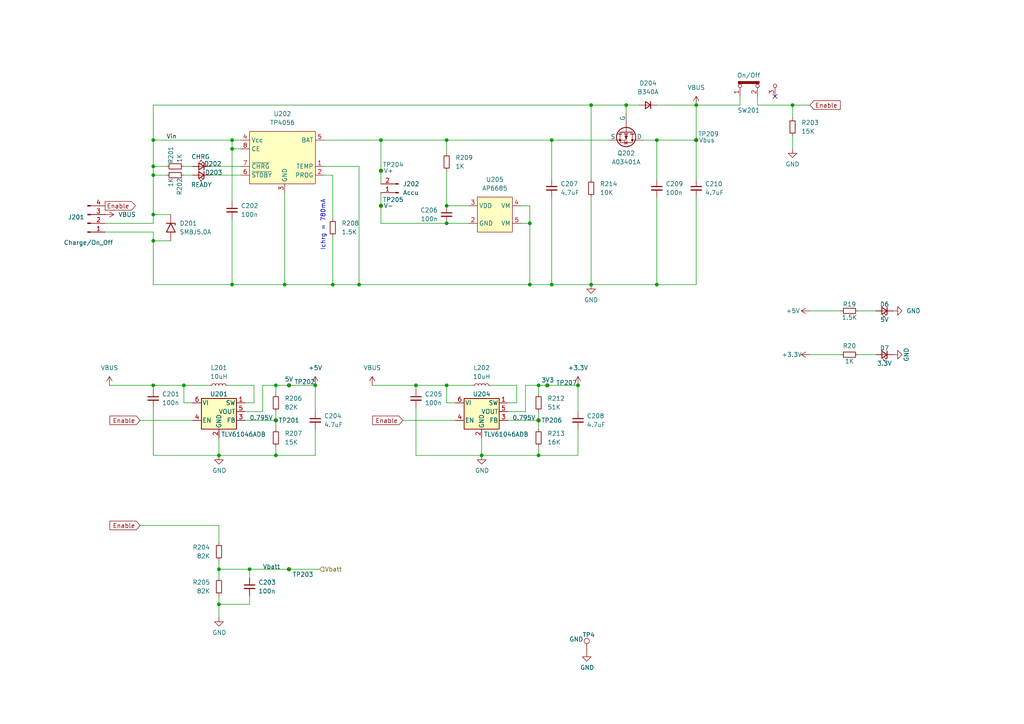
<source format=kicad_sch>
(kicad_sch (version 20231120) (generator "eeschema") (generator_version "8.0")
  (paper "A4")
  (lib_symbols
    (symbol "+5V_1" (power) (pin_numbers hide) (pin_names (offset 0) hide)
      (property "Value" "+5V" (at 0 3.556 0))
      (symbol "+5V_1_0_1"
        (polyline (pts (xy -0.762 1.27) (xy 0 2.54)))
        (polyline (pts (xy 0 0) (xy 0 2.54)))
        (polyline (pts (xy 0 2.54) (xy 0.762 1.27)))
      )
      (symbol "+5V_1_1_1"
        (pin power_in line (at 0 0 90) (length 0) (name "~") (number "1"))
      )
    )
    (symbol "Connector:Conn_01x02_Pin" (pin_names (offset 1.016) hide)
      (property "Reference" "J" (at 0 2.54 0))
      (property "Value" "Conn_01x02_Pin" (at 0 -5.08 0))
      (symbol "Conn_01x02_Pin_1_1"
        (polyline (pts (xy 1.27 -2.54) (xy 0.8636 -2.54)) (stroke (width 0.1524)))
        (polyline (pts (xy 1.27 0) (xy 0.8636 0)) (stroke (width 0.1524)))
        (rectangle (start 0.8636 -2.413) (end 0 -2.667) (stroke (width 0.1524)) (fill (type outline)))
        (rectangle (start 0.8636 0.127) (end 0 -0.127) (stroke (width 0.1524)) (fill (type outline)))
        (pin passive line (at 5.08 0 180) (length 3.81) (name "Pin_1") (number "1"))
        (pin passive line (at 5.08 -2.54 180) (length 3.81) (name "Pin_2") (number "2"))
      )
    )
    (symbol "Connector:Conn_01x04_Pin" (pin_names (offset 1.016) hide)
      (property "Reference" "J" (at 0 5.08 0))
      (property "Value" "Conn_01x04_Pin" (at 0 -7.62 0))
      (symbol "Conn_01x04_Pin_1_1"
        (polyline (pts (xy 1.27 -5.08) (xy 0.8636 -5.08)) (stroke (width 0.1524)))
        (polyline (pts (xy 1.27 -2.54) (xy 0.8636 -2.54)) (stroke (width 0.1524)))
        (polyline (pts (xy 1.27 0) (xy 0.8636 0)) (stroke (width 0.1524)))
        (polyline (pts (xy 1.27 2.54) (xy 0.8636 2.54)) (stroke (width 0.1524)))
        (rectangle (start 0.8636 -4.953) (end 0 -5.207) (stroke (width 0.1524)) (fill (type outline)))
        (rectangle (start 0.8636 -2.413) (end 0 -2.667) (stroke (width 0.1524)) (fill (type outline)))
        (rectangle (start 0.8636 0.127) (end 0 -0.127) (stroke (width 0.1524)) (fill (type outline)))
        (rectangle (start 0.8636 2.667) (end 0 2.413) (stroke (width 0.1524)) (fill (type outline)))
        (pin passive line (at 5.08 2.54 180) (length 3.81) (name "Pin_1") (number "1"))
        (pin passive line (at 5.08 0 180) (length 3.81) (name "Pin_2") (number "2"))
        (pin passive line (at 5.08 -2.54 180) (length 3.81) (name "Pin_3") (number "3"))
        (pin passive line (at 5.08 -5.08 180) (length 3.81) (name "Pin_4") (number "4"))
      )
    )
    (symbol "Connector:TestPoint" (pin_numbers hide) (pin_names (offset 0.762) hide)
      (property "Reference" "TP" (at 0 6.858 0))
      (property "Value" "TestPoint" (at 0 5.08 0))
      (symbol "TestPoint_0_1"
        (circle (center 0 3.302) (radius 0.762))
      )
      (symbol "TestPoint_1_1"
        (pin passive line (at 0 0 90) (length 2.54) (name "1") (number "1"))
      )
    )
    (symbol "Connector:TestPoint_Small" (pin_numbers hide) (pin_names (offset 0.762) hide)
      (property "Reference" "TP" (at 0 3.81 0))
      (property "Value" "TestPoint_Small" (at 0 2.032 0))
      (symbol "TestPoint_Small_0_1"
        (circle (center 0 0) (radius 0.508))
      )
      (symbol "TestPoint_Small_1_1"
        (pin passive line (at 0 0 90) (length 0) (name "1") (number "1"))
      )
    )
    (symbol "Device:C_Small" (pin_numbers hide) (pin_names (offset 0.254) hide)
      (property "Reference" "C" (at 0.254 1.778 0))
      (property "Value" "C_Small" (at 0.254 -2.032 0))
      (symbol "C_Small_0_1"
        (polyline (pts (xy -1.524 -0.508) (xy 1.524 -0.508)) (stroke (width 0.3302)))
        (polyline (pts (xy -1.524 0.508) (xy 1.524 0.508)) (stroke (width 0.3048)))
      )
      (symbol "C_Small_1_1"
        (pin passive line (at 0 2.54 270) (length 2.032) (name "~") (number "1"))
        (pin passive line (at 0 -2.54 90) (length 2.032) (name "~") (number "2"))
      )
    )
    (symbol "Device:D_Small" (pin_numbers hide) (pin_names (offset 0.254) hide)
      (property "Reference" "D" (at -1.27 2.032 0))
      (property "Value" "D_Small" (at -3.81 -2.032 0))
      (symbol "D_Small_0_1"
        (polyline (pts (xy -0.762 -1.016) (xy -0.762 1.016)) (stroke (width 0.254)))
        (polyline (pts (xy -0.762 0) (xy 0.762 0)))
        (polyline (pts (xy 0.762 -1.016) (xy -0.762 0) (xy 0.762 1.016) (xy 0.762 -1.016)) (stroke (width 0.254)))
      )
      (symbol "D_Small_1_1"
        (pin passive line (at -2.54 0 0) (length 1.778) (name "K") (number "1"))
        (pin passive line (at 2.54 0 180) (length 1.778) (name "A") (number "2"))
      )
    )
    (symbol "Device:LED_Small" (pin_numbers hide) (pin_names (offset 0.254) hide)
      (property "Reference" "D" (at -1.27 3.175 0))
      (property "Value" "LED_Small" (at -4.445 -2.54 0))
      (symbol "LED_Small_0_1"
        (polyline (pts (xy -0.762 -1.016) (xy -0.762 1.016)) (stroke (width 0.254)))
        (polyline (pts (xy 1.016 0) (xy -0.762 0)))
        (polyline (pts (xy 0.762 -1.016) (xy -0.762 0) (xy 0.762 1.016) (xy 0.762 -1.016)) (stroke (width 0.254)))
        (polyline (pts (xy 0 0.762) (xy -0.508 1.27) (xy -0.254 1.27) (xy -0.508 1.27) (xy -0.508 1.016)))
        (polyline (pts (xy 0.508 1.27) (xy 0 1.778) (xy 0.254 1.778) (xy 0 1.778) (xy 0 1.524)))
      )
      (symbol "LED_Small_1_1"
        (pin passive line (at -2.54 0 0) (length 1.778) (name "K") (number "1"))
        (pin passive line (at 2.54 0 180) (length 1.778) (name "A") (number "2"))
      )
    )
    (symbol "Device:L_Small" (pin_numbers hide) (pin_names (offset 0.254) hide)
      (property "Reference" "L" (at 0.762 1.016 0))
      (property "Value" "L_Small" (at 0.762 -1.016 0))
      (symbol "L_Small_0_1"
        (arc (start 0 -2.032) (mid 0.5058 -1.524) (end 0 -1.016))
        (arc (start 0 -1.016) (mid 0.5058 -0.508) (end 0 0))
        (arc (start 0 0) (mid 0.5058 0.508) (end 0 1.016))
        (arc (start 0 1.016) (mid 0.5058 1.524) (end 0 2.032))
      )
      (symbol "L_Small_1_1"
        (pin passive line (at 0 2.54 270) (length 0.508) (name "~") (number "1"))
        (pin passive line (at 0 -2.54 90) (length 0.508) (name "~") (number "2"))
      )
    )
    (symbol "Device:R_Small" (pin_numbers hide) (pin_names (offset 0.254) hide)
      (property "Reference" "R" (at 0.762 0.508 0))
      (property "Value" "R_Small" (at 0.762 -1.016 0))
      (symbol "R_Small_0_1"
        (rectangle (start -0.762 1.778) (end 0.762 -1.778) (stroke (width 0.2032)))
      )
      (symbol "R_Small_1_1"
        (pin passive line (at 0 2.54 270) (length 0.762) (name "~") (number "1"))
        (pin passive line (at 0 -2.54 90) (length 0.762) (name "~") (number "2"))
      )
    )
    (symbol "Diode:SM6T7V5A" (pin_numbers hide) (pin_names (offset 1.016) hide)
      (property "Reference" "D" (at 0 2.54 0))
      (property "Value" "SM6T7V5A" (at 0 -2.54 0))
      (symbol "SM6T7V5A_0_1"
        (polyline (pts (xy -0.762 1.27) (xy -1.27 1.27) (xy -1.27 -1.27)) (stroke (width 0.254)))
        (polyline (pts (xy 1.27 1.27) (xy 1.27 -1.27) (xy -1.27 0) (xy 1.27 1.27)) (stroke (width 0.254)))
      )
      (symbol "SM6T7V5A_1_1"
        (pin passive line (at -3.81 0 0) (length 2.54) (name "A1") (number "1"))
        (pin passive line (at 3.81 0 180) (length 2.54) (name "A2") (number "2"))
      )
    )
    (symbol "NicE:AP6685"
      (property "Reference" "U" (at -4.318 6.096 0))
      (property "Value" "AP6685" (at 0 -6.35 0))
      (symbol "AP6685_1_1"
        (rectangle (start -5.08 5.08) (end 5.08 -5.08) (fill (type background)))
        (pin passive line (at -7.62 -2.54 0) (length 2.54) (name "GND") (number "2"))
        (pin power_in line (at -7.62 2.54 0) (length 2.54) (name "VDD") (number "3"))
        (pin open_emitter line (at 7.62 2.54 180) (length 2.54) (name "VM") (number "4"))
        (pin open_emitter line (at 7.62 -2.54 180) (length 2.54) (name "VM") (number "5"))
      )
    )
    (symbol "NicE:SW_slide_SP"
      (property "Reference" "SW" (at 1.524 6.858 0))
      (property "Value" "?" (at 2.54 0 0))
      (symbol "SW_slide_SP_0_0"
        (circle (center 0.508 -5.08) (radius 0.508))
        (circle (center 0.508 5.08) (radius 0.508))
      )
      (symbol "SW_slide_SP_0_1"
        (circle (center 0.508 0) (radius 0.508))
      )
      (symbol "SW_slide_SP_1_1"
        (rectangle (start 1.143 5.588) (end 1.778 -0.508) (fill (type outline)))
        (pin passive line (at -2.54 5.08 0) (length 2.54) (name "") (number "1"))
        (pin passive line (at -2.54 0 0) (length 2.54) (name "") (number "2"))
        (pin passive line (at -2.54 -5.08 0) (length 2.54) (name "") (number "3"))
      )
    )
    (symbol "NicE:TP4056"
      (property "Reference" "U" (at 0 6.35 0))
      (property "Value" "TP4056" (at 0 0 0))
      (symbol "TP4056_0_1"
        (rectangle (start -10.16 7.62) (end 8.89 -7.62) (fill (type background)))
      )
      (symbol "TP4056_1_1"
        (pin passive line (at 11.43 -2.54 180) (length 2.54) (name "TEMP") (number "1"))
        (pin passive line (at 11.43 -5.08 180) (length 2.54) (name "PROG") (number "2"))
        (pin passive line (at 0 -10.16 90) (length 2.54) (name "GND") (number "3"))
        (pin power_in line (at -12.7 5.08 0) (length 2.54) (name "Vcc") (number "4"))
        (pin output line (at 11.43 5.08 180) (length 2.54) (name "BAT") (number "5"))
        (pin open_collector line (at -12.7 -5.08 0) (length 2.54) (name "~{STDBY}") (number "6"))
        (pin open_collector line (at -12.7 -2.54 0) (length 2.54) (name "~{CHRG}") (number "7"))
        (pin passive line (at -12.7 2.54 0) (length 2.54) (name "CE") (number "8"))
        (pin power_in line (at -12.7 5.08 0) (length 2.54) hide (name "PAD") (number "9"))
      )
    )
    (symbol "Regulator_Switching:TLV61046ADB" (pin_names (offset 0.254))
      (property "Reference" "U" (at -5.08 7.62 0))
      (property "Value" "TLV61046ADB" (at 0 7.62 0))
      (symbol "TLV61046ADB_0_1"
        (rectangle (start -5.08 6.35) (end 5.08 -2.54) (stroke (width 0.254)) (fill (type background)))
      )
      (symbol "TLV61046ADB_1_1"
        (pin power_in line (at 7.62 5.08 180) (length 2.54) (name "SW") (number "1"))
        (pin power_in line (at 0 -5.08 90) (length 2.54) (name "GND") (number "2"))
        (pin input line (at 7.62 0 180) (length 2.54) (name "FB") (number "3"))
        (pin input line (at -7.62 0 0) (length 2.54) (name "EN") (number "4"))
        (pin power_out line (at 7.62 2.54 180) (length 2.54) (name "VOUT") (number "5"))
        (pin power_in line (at -7.62 5.08 0) (length 2.54) (name "VI") (number "6"))
      )
    )
    (symbol "Simulation_SPICE:PMOS" (pin_numbers hide) (pin_names (offset 0))
      (property "Reference" "Q" (at 5.08 1.27 0))
      (property "Value" "PMOS" (at 5.08 -1.27 0))
      (symbol "PMOS_0_1"
        (polyline (pts (xy 0.254 0) (xy -2.54 0)))
        (polyline (pts (xy 0.254 1.905) (xy 0.254 -1.905)) (stroke (width 0.254)))
        (polyline (pts (xy 0.762 -1.27) (xy 0.762 -2.286)) (stroke (width 0.254)))
        (polyline (pts (xy 0.762 0.508) (xy 0.762 -0.508)) (stroke (width 0.254)))
        (polyline (pts (xy 0.762 2.286) (xy 0.762 1.27)) (stroke (width 0.254)))
        (polyline (pts (xy 2.54 2.54) (xy 2.54 1.778)))
        (polyline (pts (xy 2.54 -2.54) (xy 2.54 0) (xy 0.762 0)))
        (polyline (pts (xy 0.762 1.778) (xy 3.302 1.778) (xy 3.302 -1.778) (xy 0.762 -1.778)))
        (polyline (pts (xy 2.286 0) (xy 1.27 0.381) (xy 1.27 -0.381) (xy 2.286 0)) (fill (type outline)))
        (polyline (pts (xy 2.794 -0.508) (xy 2.921 -0.381) (xy 3.683 -0.381) (xy 3.81 -0.254)))
        (polyline (pts (xy 3.302 -0.381) (xy 2.921 0.254) (xy 3.683 0.254) (xy 3.302 -0.381)))
        (circle (center 1.651 0) (radius 2.794) (stroke (width 0.254)))
        (circle (center 2.54 -1.778) (radius 0.254) (fill (type outline)))
        (circle (center 2.54 1.778) (radius 0.254) (fill (type outline)))
      )
      (symbol "PMOS_1_1"
        (pin passive line (at 2.54 5.08 270) (length 2.54) (name "D") (number "1"))
        (pin input line (at -5.08 0 0) (length 2.54) (name "G") (number "2"))
        (pin passive line (at 2.54 -5.08 90) (length 2.54) (name "S") (number "3"))
      )
    )
    (symbol "power:+3.3V" (power) (pin_names (offset 0))
      (property "Value" "+3.3V" (at 0 3.556 0))
      (symbol "+3.3V_0_1"
        (polyline (pts (xy -0.762 1.27) (xy 0 2.54)))
        (polyline (pts (xy 0 0) (xy 0 2.54)))
        (polyline (pts (xy 0 2.54) (xy 0.762 1.27)))
      )
      (symbol "+3.3V_1_1"
        (pin power_in line (at 0 0 90) (length 0) hide (name "+3.3V") (number "1"))
      )
    )
    (symbol "power:+5V" (power) (pin_names (offset 0))
      (property "Value" "+5V" (at 0 3.556 0))
      (symbol "+5V_0_1"
        (polyline (pts (xy -0.762 1.27) (xy 0 2.54)))
        (polyline (pts (xy 0 0) (xy 0 2.54)))
        (polyline (pts (xy 0 2.54) (xy 0.762 1.27)))
      )
      (symbol "+5V_1_1"
        (pin power_in line (at 0 0 90) (length 0) hide (name "+5V") (number "1"))
      )
    )
    (symbol "power:GND" (power) (pin_names (offset 0))
      (property "Value" "GND" (at 0 -3.81 0))
      (symbol "GND_0_1"
        (polyline (pts (xy 0 0) (xy 0 -1.27) (xy 1.27 -1.27) (xy 0 -2.54) (xy -1.27 -1.27) (xy 0 -1.27)))
      )
      (symbol "GND_1_1"
        (pin power_in line (at 0 0 270) (length 0) hide (name "GND") (number "1"))
      )
    )
    (symbol "power:VBUS" (power) (pin_numbers hide) (pin_names (offset 0) hide)
      (property "Value" "VBUS" (at 0 3.556 0))
      (symbol "VBUS_0_1"
        (polyline (pts (xy -0.762 1.27) (xy 0 2.54)))
        (polyline (pts (xy 0 0) (xy 0 2.54)))
        (polyline (pts (xy 0 2.54) (xy 0.762 1.27)))
      )
      (symbol "VBUS_1_1"
        (pin power_in line (at 0 0 90) (length 0) (name "~") (number "1"))
      )
    )
  )
  (junction (at 229.87 30.48))
  (junction (at 91.44 111.76))
  (junction (at 160.02 40.64))
  (junction (at 67.31 82.55))
  (junction (at 120.65 111.76))
  (junction (at 44.45 69.85))
  (junction (at 158.75 111.76))
  (junction (at 72.39 165.1))
  (junction (at 153.67 82.55))
  (junction (at 129.54 40.64))
  (junction (at 67.31 43.18))
  (junction (at 82.55 82.55))
  (junction (at 129.54 59.69))
  (junction (at 63.5 175.26))
  (junction (at 156.21 132.08))
  (junction (at 80.01 132.08))
  (junction (at 110.49 49.53))
  (junction (at 129.54 64.77))
  (junction (at 110.49 40.64))
  (junction (at 63.5 132.08))
  (junction (at 80.01 121.92))
  (junction (at 167.64 111.76))
  (junction (at 171.45 82.55))
  (junction (at 83.82 111.76))
  (junction (at 44.45 48.26))
  (junction (at 139.7 132.08))
  (junction (at 129.54 111.76))
  (junction (at 83.82 165.1))
  (junction (at 96.52 82.55))
  (junction (at 44.45 40.64))
  (junction (at 201.93 30.48))
  (junction (at 156.21 111.76))
  (junction (at 190.5 82.55))
  (junction (at 156.21 121.92))
  (junction (at 160.02 82.55))
  (junction (at 80.01 111.76))
  (junction (at 44.45 111.76))
  (junction (at 53.34 111.76))
  (junction (at 63.5 165.1))
  (junction (at 44.45 62.23))
  (junction (at 104.14 82.55))
  (junction (at 181.61 30.48))
  (junction (at 67.31 40.64))
  (junction (at 44.45 50.8))
  (junction (at 153.67 64.77))
  (junction (at 171.45 30.48))
  (junction (at 201.93 40.64))
  (junction (at 190.5 40.64))
  (junction (at 110.49 59.69))
  (no_connect (at 224.79 27.94))
  (wire (pts (xy 147.32 119.38) (xy 152.4 119.38)))
  (wire (pts (xy 110.49 59.69) (xy 110.49 64.77)))
  (wire (pts (xy 152.4 119.38) (xy 152.4 111.76)))
  (wire (pts (xy 110.49 49.53) (xy 110.49 53.34)))
  (wire (pts (xy 190.5 57.15) (xy 190.5 82.55)))
  (wire (pts (xy 69.85 43.18) (xy 67.31 43.18)))
  (wire (pts (xy 91.44 124.46) (xy 91.44 132.08)))
  (wire (pts (xy 44.45 69.85) (xy 44.45 82.55)))
  (wire (pts (xy 156.21 121.92) (xy 156.21 124.46)))
  (wire (pts (xy 67.31 63.5) (xy 67.31 82.55)))
  (wire (pts (xy 149.86 116.84) (xy 147.32 116.84)))
  (wire (pts (xy 248.92 102.87) (xy 254 102.87)))
  (wire (pts (xy 60.96 50.8) (xy 69.85 50.8)))
  (wire (pts (xy 158.75 111.76) (xy 167.64 111.76)))
  (wire (pts (xy 44.45 67.31) (xy 44.45 69.85)))
  (wire (pts (xy 63.5 162.56) (xy 63.5 165.1)))
  (wire (pts (xy 71.12 119.38) (xy 76.2 119.38)))
  (wire (pts (xy 53.34 111.76) (xy 53.34 116.84)))
  (wire (pts (xy 149.86 111.76) (xy 149.86 116.84)))
  (wire (pts (xy 160.02 57.15) (xy 160.02 82.55)))
  (wire (pts (xy 219.71 27.94) (xy 219.71 30.48)))
  (wire (pts (xy 44.45 111.76) (xy 44.45 113.03)))
  (wire (pts (xy 76.2 111.76) (xy 80.01 111.76)))
  (wire (pts (xy 82.55 55.88) (xy 82.55 82.55)))
  (wire (pts (xy 153.67 82.55) (xy 160.02 82.55)))
  (wire (pts (xy 129.54 59.69) (xy 135.89 59.69)))
  (wire (pts (xy 80.01 121.92) (xy 80.01 124.46)))
  (wire (pts (xy 93.98 40.64) (xy 110.49 40.64)))
  (wire (pts (xy 229.87 34.29) (xy 229.87 30.48)))
  (wire (pts (xy 120.65 118.11) (xy 120.65 132.08)))
  (wire (pts (xy 63.5 175.26) (xy 63.5 179.07)))
  (wire (pts (xy 44.45 48.26) (xy 48.26 48.26)))
  (wire (pts (xy 181.61 30.48) (xy 185.42 30.48)))
  (wire (pts (xy 67.31 43.18) (xy 67.31 58.42)))
  (wire (pts (xy 201.93 30.48) (xy 201.93 40.64)))
  (wire (pts (xy 71.12 121.92) (xy 80.01 121.92)))
  (wire (pts (xy 44.45 118.11) (xy 44.45 132.08)))
  (wire (pts (xy 129.54 49.53) (xy 129.54 59.69)))
  (wire (pts (xy 80.01 121.92) (xy 80.01 119.38)))
  (wire (pts (xy 129.54 44.45) (xy 129.54 40.64)))
  (wire (pts (xy 110.49 55.88) (xy 110.49 59.69)))
  (wire (pts (xy 120.65 111.76) (xy 129.54 111.76)))
  (wire (pts (xy 60.96 111.76) (xy 53.34 111.76)))
  (wire (pts (xy 129.54 40.64) (xy 160.02 40.64)))
  (wire (pts (xy 73.66 111.76) (xy 73.66 116.84)))
  (wire (pts (xy 53.34 48.26) (xy 55.88 48.26)))
  (wire (pts (xy 44.45 111.76) (xy 53.34 111.76)))
  (wire (pts (xy 44.45 132.08) (xy 63.5 132.08)))
  (wire (pts (xy 80.01 111.76) (xy 83.82 111.76)))
  (wire (pts (xy 139.7 132.08) (xy 139.7 127)))
  (wire (pts (xy 67.31 40.64) (xy 69.85 40.64)))
  (wire (pts (xy 110.49 40.64) (xy 110.49 49.53)))
  (wire (pts (xy 156.21 121.92) (xy 156.21 119.38)))
  (wire (pts (xy 167.64 119.38) (xy 167.64 111.76)))
  (wire (pts (xy 248.92 90.17) (xy 254 90.17)))
  (wire (pts (xy 147.32 121.92) (xy 156.21 121.92)))
  (wire (pts (xy 83.82 111.76) (xy 91.44 111.76)))
  (wire (pts (xy 142.24 111.76) (xy 149.86 111.76)))
  (wire (pts (xy 31.75 111.76) (xy 44.45 111.76)))
  (wire (pts (xy 44.45 40.64) (xy 67.31 40.64)))
  (wire (pts (xy 190.5 40.64) (xy 201.93 40.64)))
  (wire (pts (xy 171.45 30.48) (xy 171.45 52.07)))
  (wire (pts (xy 186.69 40.64) (xy 190.5 40.64)))
  (wire (pts (xy 190.5 82.55) (xy 171.45 82.55)))
  (wire (pts (xy 53.34 50.8) (xy 55.88 50.8)))
  (wire (pts (xy 44.45 50.8) (xy 48.26 50.8)))
  (wire (pts (xy 91.44 132.08) (xy 80.01 132.08)))
  (wire (pts (xy 96.52 63.5) (xy 96.52 50.8)))
  (wire (pts (xy 129.54 111.76) (xy 129.54 116.84)))
  (wire (pts (xy 201.93 82.55) (xy 190.5 82.55)))
  (wire (pts (xy 190.5 30.48) (xy 201.93 30.48)))
  (wire (pts (xy 104.14 48.26) (xy 104.14 82.55)))
  (wire (pts (xy 72.39 165.1) (xy 83.82 165.1)))
  (wire (pts (xy 171.45 82.55) (xy 160.02 82.55)))
  (wire (pts (xy 72.39 165.1) (xy 72.39 167.64)))
  (wire (pts (xy 120.65 111.76) (xy 120.65 113.03)))
  (wire (pts (xy 152.4 111.76) (xy 156.21 111.76)))
  (wire (pts (xy 181.61 33.02) (xy 181.61 30.48)))
  (wire (pts (xy 60.96 48.26) (xy 69.85 48.26)))
  (wire (pts (xy 44.45 40.64) (xy 44.45 48.26)))
  (wire (pts (xy 167.64 124.46) (xy 167.64 132.08)))
  (wire (pts (xy 44.45 30.48) (xy 44.45 40.64)))
  (wire (pts (xy 73.66 116.84) (xy 71.12 116.84)))
  (wire (pts (xy 151.13 64.77) (xy 153.67 64.77)))
  (wire (pts (xy 72.39 172.72) (xy 72.39 175.26)))
  (wire (pts (xy 201.93 57.15) (xy 201.93 82.55)))
  (wire (pts (xy 171.45 57.15) (xy 171.45 82.55)))
  (wire (pts (xy 107.95 111.76) (xy 120.65 111.76)))
  (wire (pts (xy 160.02 40.64) (xy 160.02 52.07)))
  (wire (pts (xy 66.04 111.76) (xy 73.66 111.76)))
  (wire (pts (xy 234.95 90.17) (xy 243.84 90.17)))
  (wire (pts (xy 104.14 82.55) (xy 153.67 82.55)))
  (wire (pts (xy 67.31 82.55) (xy 82.55 82.55)))
  (wire (pts (xy 63.5 165.1) (xy 63.5 167.64)))
  (wire (pts (xy 201.93 30.48) (xy 214.63 30.48)))
  (wire (pts (xy 96.52 82.55) (xy 104.14 82.55)))
  (wire (pts (xy 214.63 27.94) (xy 214.63 30.48)))
  (wire (pts (xy 190.5 40.64) (xy 190.5 52.07)))
  (wire (pts (xy 129.54 116.84) (xy 132.08 116.84)))
  (wire (pts (xy 181.61 30.48) (xy 171.45 30.48)))
  (wire (pts (xy 120.65 132.08) (xy 139.7 132.08)))
  (wire (pts (xy 67.31 40.64) (xy 67.31 43.18)))
  (wire (pts (xy 110.49 64.77) (xy 129.54 64.77)))
  (wire (pts (xy 219.71 30.48) (xy 229.87 30.48)))
  (wire (pts (xy 63.5 152.4) (xy 63.5 157.48)))
  (wire (pts (xy 156.21 111.76) (xy 158.75 111.76)))
  (wire (pts (xy 80.01 132.08) (xy 63.5 132.08)))
  (wire (pts (xy 167.64 132.08) (xy 156.21 132.08)))
  (wire (pts (xy 234.95 30.48) (xy 229.87 30.48)))
  (wire (pts (xy 234.95 102.87) (xy 243.84 102.87)))
  (wire (pts (xy 44.45 50.8) (xy 44.45 62.23)))
  (wire (pts (xy 116.84 121.92) (xy 132.08 121.92)))
  (wire (pts (xy 63.5 172.72) (xy 63.5 175.26)))
  (wire (pts (xy 76.2 119.38) (xy 76.2 111.76)))
  (wire (pts (xy 82.55 82.55) (xy 96.52 82.55)))
  (wire (pts (xy 63.5 165.1) (xy 72.39 165.1)))
  (wire (pts (xy 80.01 129.54) (xy 80.01 132.08)))
  (wire (pts (xy 63.5 132.08) (xy 63.5 127)))
  (wire (pts (xy 96.52 68.58) (xy 96.52 82.55)))
  (wire (pts (xy 151.13 59.69) (xy 153.67 59.69)))
  (wire (pts (xy 171.45 30.48) (xy 44.45 30.48)))
  (wire (pts (xy 137.16 111.76) (xy 129.54 111.76)))
  (wire (pts (xy 96.52 50.8) (xy 93.98 50.8)))
  (wire (pts (xy 110.49 40.64) (xy 129.54 40.64)))
  (wire (pts (xy 40.64 152.4) (xy 63.5 152.4)))
  (wire (pts (xy 44.45 48.26) (xy 44.45 50.8)))
  (wire (pts (xy 156.21 111.76) (xy 156.21 114.3)))
  (wire (pts (xy 53.34 116.84) (xy 55.88 116.84)))
  (wire (pts (xy 80.01 111.76) (xy 80.01 114.3)))
  (wire (pts (xy 153.67 64.77) (xy 153.67 82.55)))
  (wire (pts (xy 44.45 82.55) (xy 67.31 82.55)))
  (wire (pts (xy 201.93 40.64) (xy 201.93 52.07)))
  (wire (pts (xy 176.53 40.64) (xy 160.02 40.64)))
  (wire (pts (xy 229.87 43.18) (xy 229.87 39.37)))
  (wire (pts (xy 93.98 48.26) (xy 104.14 48.26)))
  (wire (pts (xy 44.45 62.23) (xy 49.53 62.23)))
  (wire (pts (xy 44.45 69.85) (xy 49.53 69.85)))
  (wire (pts (xy 72.39 175.26) (xy 63.5 175.26)))
  (wire (pts (xy 129.54 64.77) (xy 135.89 64.77)))
  (wire (pts (xy 156.21 132.08) (xy 139.7 132.08)))
  (wire (pts (xy 30.48 64.77) (xy 44.45 64.77)))
  (wire (pts (xy 153.67 59.69) (xy 153.67 64.77)))
  (wire (pts (xy 83.82 165.1) (xy 92.71 165.1)))
  (wire (pts (xy 44.45 62.23) (xy 44.45 64.77)))
  (wire (pts (xy 30.48 67.31) (xy 44.45 67.31)))
  (wire (pts (xy 40.64 121.92) (xy 55.88 121.92)))
  (wire (pts (xy 156.21 129.54) (xy 156.21 132.08)))
  (wire (pts (xy 91.44 119.38) (xy 91.44 111.76)))
  (text "Ichrg = 780mA" (at 93.726 65.278 90) (effects (font (size 1.27 1.27))))
  (label "Vin" (at 48.26 40.64 0))
  (global_label "Enable" (shape input) (at 234.95 30.48 0) (property "Intersheetrefs" "${INTERSHEET_REFS}" (effects (hide yes))))
  (global_label "Enable" (shape input) (at 116.84 121.92 180) (property "Intersheetrefs" "${INTERSHEET_REFS}" (effects (hide yes))))
  (global_label "Enable" (shape input) (at 40.64 152.4 180) (property "Intersheetrefs" "${INTERSHEET_REFS}" (effects (hide yes))))
  (global_label "Enable" (shape output) (at 30.48 59.69 0) (property "Intersheetrefs" "${INTERSHEET_REFS}" (effects (hide yes))))
  (global_label "Enable" (shape input) (at 40.64 121.92 180) (property "Intersheetrefs" "${INTERSHEET_REFS}" (effects (hide yes))))
  (hierarchical_label "Vbatt" (shape input) (at 92.71 165.1 0))
  (symbol (lib_id "NicE:AP6685") (at 143.51 62.23 0) (unit 1)
    (property "Reference" "U205" (at 143.51 52.07 0))
    (property "Value" "AP6685" (at 143.51 54.61 0))
    (property "Footprint" "A_IC_SOT:SOT23-5" (effects (hide yes)))
    (property "Datasheet" "https://wmsc.lcsc.com/wmsc/upload/file/pdf/v2/lcsc/2108150030_ALLPOWER-ShenZhen-Quan-Li-Semiconductor-AP6685_C2849566.pdf" (effects (hide yes)))
    (property "LCSC" "C2849566" (effects (hide yes)))
  )
  (symbol (lib_id "power:GND") (at 63.5 132.08 0) (unit 1)
    (property "Reference" "#PWR0214" (effects (hide yes)))
    (property "Value" "GND" (at 63.627 136.4742 0))
  )
  (symbol (lib_id "Regulator_Switching:TLV61046ADB") (at 139.7 121.92 0) (unit 1)
    (property "Reference" "U204" (at 139.7 114.3 0))
    (property "Value" "TLV61046ADB" (at 146.812 125.984 0))
    (property "Footprint" "Package_TO_SOT_SMD:SOT-23-6" (effects (hide yes)))
    (property "Datasheet" "http://www.ti.com/lit/ds/symlink/tlv61046a.pdf" (effects (hide yes)))
    (property "Description" "28-V Output Voltage Boost Converter with Power Diode and Isolation Switch, SOT-23-6" (effects (hide yes)))
    (property "LCSC" "C464815" (effects (hide yes)))
  )
  (symbol (lib_id "NicE:TP4056") (at 82.55 45.72 0) (unit 1)
    (property "Reference" "U202" (at 81.915 33.02 0))
    (property "Value" "TP4056" (at 81.915 35.56 0))
    (property "Footprint" "Package_SO:Diodes_PSOP-8" (effects (hide yes)))
    (property "Datasheet" "https://dlnmh9ip6v2uc.cloudfront.net/datasheets/Prototyping/TP4056.pdf" (effects (hide yes)))
    (property "LCSC" "C16581" (effects (hide yes)))
  )
  (symbol (lib_id "power:+3.3V") (at 234.95 102.87 90) (unit 1)
    (property "Reference" "#PWR020" (effects (hide yes)))
    (property "Value" "+3.3V" (at 226.695 102.87 90) (effects (justify right)))
    (instances (project "NIKOLA-02-E-001_PCAScannerController_R1" (path "" (reference "#PWR020") (unit 1))) (project "Robobuoy-Top-V2_0" (path "" (reference "#PWR0211") (unit 1))))
  )
  (symbol (lib_id "Connector:TestPoint_Small") (at 201.93 40.64 0) (unit 1) (in_bom no)
    (property "Reference" "TP209" (at 202.438 38.862 0) (effects (justify left)))
    (property "Value" "Vbus" (at 202.692 40.64 0) (effects (justify left)))
    (property "Footprint" "A_Pads_Pins:Testpad_1.4" (effects (hide yes)))
    (property "Description" "test point" (effects (hide yes)))
  )
  (symbol (lib_id "power:VBUS") (at 31.75 111.76 0) (unit 1)
    (property "Reference" "#PWR0202" (effects (hide yes)))
    (property "Value" "VBUS" (at 31.75 106.68 0))
    (property "Description" "Power symbol creates a global label with name \"VBUS\"" (effects (hide yes)))
  )
  (symbol (lib_id "Simulation_SPICE:PMOS") (at 181.61 38.1 270) (unit 1)
    (property "Reference" "Q202" (at 181.61 44.45 90))
    (property "Value" "A03401A" (at 181.61 46.99 90))
    (property "Footprint" "Package_TO_SOT_SMD:SOT-23" (effects (hide yes)))
    (property "Datasheet" "https://ngspice.sourceforge.io/docs/ngspice-html-manual/manual.xhtml#cha_MOSFETs" (effects (hide yes)))
    (property "Description" "P-MOSFET transistor, drain/source/gate" (effects (hide yes)))
    (property "Sim.Device" "PMOS" (effects (hide yes)))
    (property "Sim.Type" "VDMOS" (effects (hide yes)))
    (property "Sim.Pins" "1=D 2=G 3=S" (effects (hide yes)))
    (property "LCSC" "C15127" (effects (hide yes)))
  )
  (symbol (lib_id "power:GND") (at 229.87 43.18 0) (unit 1)
    (property "Reference" "#PWR0216" (effects (hide yes)))
    (property "Value" "GND" (at 229.87 47.625 0))
  )
  (symbol (lib_id "Connector:TestPoint_Small") (at 156.21 121.92 0) (unit 1) (in_bom no)
    (property "Reference" "TP206" (at 156.972 121.92 0) (effects (justify left)))
    (property "Value" "0.795V" (at 148.59 121.158 0) (effects (justify left)))
    (property "Footprint" "A_Pads_Pins:Testpad_1.4" (effects (hide yes)))
    (property "Description" "test point" (effects (hide yes)))
  )
  (symbol (lib_id "power:GND") (at 63.5 179.07 0) (unit 1)
    (property "Reference" "#PWR0203" (effects (hide yes)))
    (property "Value" "GND" (at 63.627 183.4642 0))
  )
  (symbol (lib_id "Device:R_Small") (at 156.21 116.84 0) (unit 1)
    (property "Reference" "R212" (at 158.75 115.5699 0) (effects (justify left)))
    (property "Value" "51K" (at 158.75 118.1099 0) (effects (justify left)))
    (property "Footprint" "A_Device:R_0603" (effects (hide yes)))
    (property "Description" "Resistor, small symbol" (effects (hide yes)))
    (property "LCSC" "C23196" (effects (hide yes)))
  )
  (symbol (lib_id "Device:R_Small") (at 156.21 127 0) (unit 1)
    (property "Reference" "R213" (at 158.75 125.7299 0) (effects (justify left)))
    (property "Value" "16K" (at 158.75 128.2699 0) (effects (justify left)))
    (property "Footprint" "A_Device:R_0603" (effects (hide yes)))
    (property "Description" "Resistor, small symbol" (effects (hide yes)))
    (property "LCSC" "C4210" (effects (hide yes)))
  )
  (symbol (lib_name "+5V_1") (lib_id "power:+5V") (at 91.44 111.76 0) (unit 1)
    (property "Reference" "#PWR0204" (effects (hide yes)))
    (property "Value" "+5V" (at 91.44 106.68 0))
    (property "Description" "Power symbol creates a global label with name \"+5V\"" (effects (hide yes)))
  )
  (symbol (lib_id "NicE:SW_slide_SP") (at 219.71 25.4 90) (unit 1)
    (property "Reference" "SW201" (at 217.17 32.004 90))
    (property "Value" "On/Off" (at 217.17 21.844 90))
    (property "Footprint" "A_Connector:SS-12D10L5" (effects (hide yes)))
    (property "LCSC" "C319012" (effects (hide yes)))
  )
  (symbol (lib_id "Device:R_Small") (at 50.8 48.26 90) (unit 1)
    (property "Reference" "R201" (at 49.53 47.498 0) (effects (justify left)))
    (property "Value" "1K" (at 52.07 47.244 0) (effects (justify left)))
    (property "Footprint" "A_Device:R_0603" (effects (hide yes)))
    (property "Description" "Resistor, small symbol" (effects (hide yes)))
    (property "LCSC" "C21190" (effects (hide yes)))
  )
  (symbol (lib_id "power:GND") (at 259.08 102.87 90) (unit 1)
    (property "Reference" "#PWR024" (effects (hide yes)))
    (property "Value" "GND" (at 262.89 102.87 0))
    (instances (project "NIKOLA-02-E-001_PCAScannerController_R1" (path "" (reference "#PWR024") (unit 1))) (project "Robobuoy-Top-V2_0" (path "" (reference "#PWR0213") (unit 1))))
  )
  (symbol (lib_id "Regulator_Switching:TLV61046ADB") (at 63.5 121.92 0) (unit 1)
    (property "Reference" "U201" (at 63.5 114.3 0))
    (property "Value" "TLV61046ADB" (at 70.612 125.984 0))
    (property "Footprint" "Package_TO_SOT_SMD:SOT-23-6" (effects (hide yes)))
    (property "Datasheet" "http://www.ti.com/lit/ds/symlink/tlv61046a.pdf" (effects (hide yes)))
    (property "Description" "28-V Output Voltage Boost Converter with Power Diode and Isolation Switch, SOT-23-6" (effects (hide yes)))
    (property "LCSC" "C464815" (effects (hide yes)))
  )
  (symbol (lib_id "power:VBUS") (at 201.93 30.48 0) (unit 1)
    (property "Reference" "#PWR0209" (effects (hide yes)))
    (property "Value" "VBUS" (at 201.93 25.4 0))
    (property "Description" "Power symbol creates a global label with name \"VBUS\"" (effects (hide yes)))
  )
  (symbol (lib_id "Device:LED_Small") (at 256.54 90.17 180) (unit 1)
    (property "Reference" "D6" (at 256.54 88.265 0))
    (property "Value" "5V" (at 256.54 92.71 0))
    (property "Footprint" "A_Device:LED_0805" (effects (hide yes)))
    (property "Datasheet" "https://datasheet.lcsc.com/szlcsc/Hubei-KENTO-Elec-KT-0603R_C2286.pdf" (effects (hide yes)))
    (property "LCSC" "C2297" (effects (hide yes)))
    (instances (project "NIKOLA-02-E-001_PCAScannerController_R1" (path "" (reference "D6") (unit 1))) (project "Robobuoy-Top-V2_0" (path "" (reference "D205") (unit 1))))
  )
  (symbol (lib_id "Connector:TestPoint_Small") (at 83.82 165.1 0) (unit 1) (in_bom no)
    (property "Reference" "TP203" (at 84.836 166.624 0) (effects (justify left)))
    (property "Value" "Vbatt" (at 76.2 164.338 0) (effects (justify left)))
    (property "Footprint" "A_Pads_Pins:Testpad_1.4" (effects (hide yes)))
    (property "Description" "test point" (effects (hide yes)))
  )
  (symbol (lib_id "power:GND") (at 139.7 132.08 0) (unit 1)
    (property "Reference" "#PWR0215" (effects (hide yes)))
    (property "Value" "GND" (at 139.827 136.4742 0))
  )
  (symbol (lib_id "Device:C_Small") (at 120.65 115.57 0) (unit 1)
    (property "Reference" "C205" (at 123.19 114.3062 0) (effects (justify left)))
    (property "Value" "100n" (at 123.19 116.8462 0) (effects (justify left)))
    (property "Footprint" "A_Device:C_0603" (effects (hide yes)))
    (property "Description" "Unpolarized capacitor, small symbol" (effects (hide yes)))
    (property "LCSC" "C14663" (effects (hide yes)))
  )
  (symbol (lib_id "Connector:TestPoint_Small") (at 110.49 59.69 0) (unit 1) (in_bom no)
    (property "Reference" "TP205" (at 110.998 57.912 0) (effects (justify left)))
    (property "Value" "V-" (at 111.252 59.69 0) (effects (justify left)))
    (property "Footprint" "A_Pads_Pins:Testpad_1.4" (effects (hide yes)))
    (property "Description" "test point" (effects (hide yes)))
  )
  (symbol (lib_id "Device:R_Small") (at 129.54 46.99 0) (unit 1)
    (property "Reference" "R209" (at 132.08 45.7199 0) (effects (justify left)))
    (property "Value" "1K" (at 132.08 48.2599 0) (effects (justify left)))
    (property "Footprint" "A_Device:R_0603" (effects (hide yes)))
    (property "Description" "Resistor, small symbol" (effects (hide yes)))
    (property "LCSC" "C21190" (effects (hide yes)))
  )
  (symbol (lib_id "Diode:SM6T7V5A") (at 49.53 66.04 270) (unit 1)
    (property "Reference" "D201" (at 52.07 64.7699 90) (effects (justify left)))
    (property "Value" "SMBJ5.0A" (at 52.07 67.3099 90) (effects (justify left)))
    (property "Footprint" "Diode_SMD:D_SMB" (effects (hide yes)))
    (property "LCSC" "C110528" (effects (hide yes)))
  )
  (symbol (lib_id "power:VBUS") (at 107.95 111.76 0) (unit 1)
    (property "Reference" "#PWR0205" (effects (hide yes)))
    (property "Value" "VBUS" (at 107.95 106.68 0))
    (property "Description" "Power symbol creates a global label with name \"VBUS\"" (effects (hide yes)))
  )
  (symbol (lib_id "Connector:TestPoint_Small") (at 158.75 111.76 0) (unit 1) (in_bom no)
    (property "Reference" "TP207" (at 161.29 110.998 0) (effects (justify left)))
    (property "Value" "3V3" (at 156.972 110.236 0) (effects (justify left)))
    (property "Footprint" "A_Pads_Pins:Testpad_1.4" (effects (hide yes)))
    (property "Description" "test point" (effects (hide yes)))
  )
  (symbol (lib_id "Connector:Conn_01x02_Pin") (at 115.57 55.88 180) (unit 1)
    (property "Reference" "J202" (at 116.84 53.3399 0) (effects (justify right)))
    (property "Value" "Accu" (at 116.84 55.8799 0) (effects (justify right)))
    (property "Footprint" "Connector_JST:JST_XH_B2B-XH-A_1x02_P2.50mm_Vertical" (effects (hide yes)))
    (property "Description" "Generic connector, single row, 01x02, script generated" (effects (hide yes)))
    (property "LCSC" "C5341201" (effects (hide yes)))
  )
  (symbol (lib_id "Device:C_Small") (at 160.02 54.61 0) (unit 1)
    (property "Reference" "C207" (at 162.56 53.3462 0) (effects (justify left)))
    (property "Value" "4.7uF" (at 162.56 55.8862 0) (effects (justify left)))
    (property "Footprint" "A_Device:C_1206_(1.6)" (effects (hide yes)))
    (property "Description" "Unpolarized capacitor, small symbol" (effects (hide yes)))
    (property "LCSC" "C29823" (effects (hide yes)))
  )
  (symbol (lib_id "Device:R_Small") (at 63.5 170.18 0) (mirror y) (unit 1)
    (property "Reference" "R205" (at 60.96 168.9099 0) (effects (justify left)))
    (property "Value" "82K" (at 60.96 171.4499 0) (effects (justify left)))
    (property "Footprint" "A_Device:R_0603" (effects (hide yes)))
    (property "Description" "Resistor, small symbol" (effects (hide yes)))
    (property "LCSC" "C23254" (effects (hide yes)))
  )
  (symbol (lib_id "Device:R_Small") (at 246.38 102.87 270) (unit 1)
    (property "Reference" "R20" (at 246.38 100.33 90))
    (property "Value" "1K" (at 246.38 104.775 90))
    (property "Footprint" "A_Device:R_0603" (effects (hide yes)))
    (property "LCSC" "C21190" (effects (hide yes)))
    (instances (project "NIKOLA-02-E-001_PCAScannerController_R1" (path "" (reference "R20") (unit 1))) (project "Robobuoy-Top-V2_0" (path "" (reference "R216") (unit 1))))
  )
  (symbol (lib_id "Device:D_Small") (at 187.96 30.48 0) (mirror y) (unit 1)
    (property "Reference" "D204" (at 187.96 24.13 0))
    (property "Value" "B340A" (at 187.96 26.67 0))
    (property "Footprint" "Diode_SMD:D_SMA" (effects (hide yes)))
    (property "Description" "Diode, small symbol" (effects (hide yes)))
    (property "Sim.Device" "D" (effects (hide yes)))
    (property "Sim.Pins" "1=K 2=A" (effects (hide yes)))
    (property "LCSC" "C85098" (effects (hide yes)))
  )
  (symbol (lib_name "+5V_1") (lib_id "power:+5V") (at 167.64 111.76 0) (unit 1)
    (property "Reference" "#PWR0206" (effects (hide yes)))
    (property "Value" "+3.3V" (at 167.64 106.68 0))
    (property "Description" "Power symbol creates a global label with name \"+5V\"" (effects (hide yes)))
  )
  (symbol (lib_id "power:GND") (at 170.18 189.23 0) (unit 1)
    (property "Reference" "#PWR07" (effects (hide yes)))
    (property "Value" "GND" (at 170.307 193.6242 0))
    (instances (project "Smartbox4.0_V1.3" (path "" (reference "#PWR07") (unit 1))) (project "Robobuoy-Top-V2_0" (path "" (reference "#PWR0207") (unit 1))))
  )
  (symbol (lib_id "Device:C_Small") (at 44.45 115.57 0) (unit 1)
    (property "Reference" "C201" (at 46.99 114.3062 0) (effects (justify left)))
    (property "Value" "100n" (at 46.99 116.8462 0) (effects (justify left)))
    (property "Footprint" "A_Device:C_0603" (effects (hide yes)))
    (property "Description" "Unpolarized capacitor, small symbol" (effects (hide yes)))
    (property "LCSC" "C14663" (effects (hide yes)))
  )
  (symbol (lib_id "Device:C_Small") (at 190.5 54.61 0) (unit 1)
    (property "Reference" "C209" (at 193.04 53.3462 0) (effects (justify left)))
    (property "Value" "100n" (at 193.04 55.8862 0) (effects (justify left)))
    (property "Footprint" "A_Device:C_0603" (effects (hide yes)))
    (property "Description" "Unpolarized capacitor, small symbol" (effects (hide yes)))
    (property "LCSC" "C14663" (effects (hide yes)))
  )
  (symbol (lib_id "Device:R_Small") (at 246.38 90.17 90) (unit 1)
    (property "Reference" "R19" (at 246.38 88.265 90))
    (property "Value" "1.5K" (at 246.38 92.075 90))
    (property "Footprint" "A_Device:R_0603" (effects (hide yes)))
    (property "LCSC" "C22843" (effects (hide yes)))
    (instances (project "NIKOLA-02-E-001_PCAScannerController_R1" (path "" (reference "R19") (unit 1))) (project "Robobuoy-Top-V2_0" (path "" (reference "R215") (unit 1))))
  )
  (symbol (lib_id "Device:R_Small") (at 80.01 116.84 0) (unit 1)
    (property "Reference" "R206" (at 82.55 115.5699 0) (effects (justify left)))
    (property "Value" "82K" (at 82.55 118.1099 0) (effects (justify left)))
    (property "Footprint" "A_Device:R_0603" (effects (hide yes)))
    (property "Description" "Resistor, small symbol" (effects (hide yes)))
    (property "LCSC" "C23254" (effects (hide yes)))
  )
  (symbol (lib_id "Device:R_Small") (at 50.8 50.8 270) (unit 1)
    (property "Reference" "R202" (at 52.07 51.562 0) (effects (justify left)))
    (property "Value" "1K" (at 49.53 51.562 0) (effects (justify left)))
    (property "Footprint" "A_Device:R_0603" (effects (hide yes)))
    (property "Description" "Resistor, small symbol" (effects (hide yes)))
    (property "LCSC" "C21190" (effects (hide yes)))
  )
  (symbol (lib_id "Device:LED_Small") (at 256.54 102.87 180) (unit 1)
    (property "Reference" "D7" (at 256.54 100.965 0))
    (property "Value" "3.3V" (at 256.54 105.41 0))
    (property "Footprint" "A_Device:LED_0805" (effects (hide yes)))
    (property "Datasheet" "https://datasheet.lcsc.com/szlcsc/Hubei-KENTO-Elec-KT-0603R_C2286.pdf" (effects (hide yes)))
    (property "LCSC" "C2297" (effects (hide yes)))
    (instances (project "NIKOLA-02-E-001_PCAScannerController_R1" (path "" (reference "D7") (unit 1))) (project "Robobuoy-Top-V2_0" (path "" (reference "D206") (unit 1))))
  )
  (symbol (lib_id "Connector:TestPoint_Small") (at 83.82 111.76 0) (unit 1) (in_bom no)
    (property "Reference" "TP202" (at 85.344 110.744 0) (effects (justify left)))
    (property "Value" "5V" (at 82.55 109.982 0) (effects (justify left)))
    (property "Footprint" "A_Pads_Pins:Testpoint_0.9x1.5" (effects (hide yes)))
    (property "Description" "test point" (effects (hide yes)))
  )
  (symbol (lib_id "Device:C_Small") (at 201.93 54.61 0) (unit 1)
    (property "Reference" "C210" (at 204.47 53.3462 0) (effects (justify left)))
    (property "Value" "4.7uF" (at 204.47 55.8862 0) (effects (justify left)))
    (property "Footprint" "A_Device:C_1206_(1.6)" (effects (hide yes)))
    (property "Description" "Unpolarized capacitor, small symbol" (effects (hide yes)))
    (property "LCSC" "C29823" (effects (hide yes)))
  )
  (symbol (lib_id "Device:C_Small") (at 72.39 170.18 0) (unit 1)
    (property "Reference" "C203" (at 74.93 168.9162 0) (effects (justify left)))
    (property "Value" "100n" (at 74.93 171.4562 0) (effects (justify left)))
    (property "Footprint" "A_Device:C_0603" (effects (hide yes)))
    (property "Description" "Unpolarized capacitor, small symbol" (effects (hide yes)))
    (property "LCSC" "C14663" (effects (hide yes)))
  )
  (symbol (lib_id "Device:LED_Small") (at 58.42 48.26 0) (mirror y) (unit 1)
    (property "Reference" "D202" (at 61.722 47.498 0))
    (property "Value" "CHRG" (at 58.166 45.466 0))
    (property "Footprint" "A_Device:LED_0603" (effects (hide yes)))
    (property "Description" "Light emitting diode, small symbol" (effects (hide yes)))
    (property "LCSC" "C2286" (effects (hide yes)))
  )
  (symbol (lib_id "Device:LED_Small") (at 58.42 50.8 180) (unit 1)
    (property "Reference" "D203" (at 61.976 50.038 0))
    (property "Value" "READY" (at 58.42 53.594 0))
    (property "Footprint" "A_Device:LED_0805" (effects (hide yes)))
    (property "Description" "Light emitting diode, small symbol" (effects (hide yes)))
    (property "LCSC" "C2297" (effects (hide yes)))
  )
  (symbol (lib_id "Device:C_Small") (at 91.44 121.92 0) (unit 1)
    (property "Reference" "C204" (at 93.98 120.6562 0) (effects (justify left)))
    (property "Value" "4.7uF" (at 93.98 123.1962 0) (effects (justify left)))
    (property "Footprint" "A_Device:C_1206_(1.6)" (effects (hide yes)))
    (property "Description" "Unpolarized capacitor, small symbol" (effects (hide yes)))
    (property "LCSC" "C29823" (effects (hide yes)))
  )
  (symbol (lib_id "Device:R_Small") (at 80.01 127 0) (unit 1)
    (property "Reference" "R207" (at 82.55 125.7299 0) (effects (justify left)))
    (property "Value" "15K" (at 82.55 128.2699 0) (effects (justify left)))
    (property "Footprint" "A_Device:R_0603" (effects (hide yes)))
    (property "Description" "Resistor, small symbol" (effects (hide yes)))
    (property "LCSC" "C22809" (effects (hide yes)))
  )
  (symbol (lib_id "Connector:TestPoint") (at 170.18 189.23 0) (unit 1) (in_bom no)
    (property "Reference" "TP4" (at 168.91 184.15 0) (effects (justify left)))
    (property "Value" "GND" (at 165.1 185.42 0) (effects (justify left)))
    (property "Footprint" "A_Pads_Pins:Testpoint_0.9x1.5" (effects (hide yes)))
    (property "Farnell" "-" (effects (hide yes)))
    (instances (project "Smartbox4.0_V1.3" (path "" (reference "TP4") (unit 1))) (project "Robobuoy-Top-V2_0" (path "" (reference "TP208") (unit 1))))
  )
  (symbol (lib_id "power:GND") (at 259.08 90.17 90) (unit 1)
    (property "Reference" "#PWR023" (effects (hide yes)))
    (property "Value" "GND" (at 262.89 90.1699 90) (effects (justify right)))
    (instances (project "NIKOLA-02-E-001_PCAScannerController_R1" (path "" (reference "#PWR023") (unit 1))) (project "Robobuoy-Top-V2_0" (path "" (reference "#PWR0212") (unit 1))))
  )
  (symbol (lib_id "Connector:Conn_01x04_Pin") (at 25.4 64.77 0) (mirror x) (unit 1)
    (property "Reference" "J201" (at 22.098 62.992 0))
    (property "Value" "Charge/On_Off" (at 25.654 70.358 0))
    (property "Footprint" "Connector_JST:JST_XH_B4B-XH-A_1x04_P2.50mm_Vertical" (effects (hide yes)))
    (property "Description" "Generic connector, single row, 01x04, script generated" (effects (hide yes)))
    (property "LCSC" "C5341203" (effects (hide yes)))
  )
  (symbol (lib_id "Device:L_Small") (at 139.7 111.76 90) (unit 1)
    (property "Reference" "L202" (at 139.7 106.68 90))
    (property "Value" "10uH" (at 139.7 109.22 90))
    (property "Footprint" "A_Device:FTC252012S" (effects (hide yes)))
    (property "Datasheet" "https://wmsc.lcsc.com/wmsc/upload/file/pdf/v2/lcsc/2306021632_cjiang--Changjiang-Microelectronics-Tech-FTC252012S100MBCA_C5832376.pdf" (effects (hide yes)))
    (property "Description" "Inductor, small symbol" (effects (hide yes)))
    (property "LCSC" "C5832376" (effects (hide yes)))
  )
  (symbol (lib_id "Device:C_Small") (at 67.31 60.96 0) (unit 1)
    (property "Reference" "C202" (at 69.85 59.6962 0) (effects (justify left)))
    (property "Value" "100n" (at 69.85 62.2362 0) (effects (justify left)))
    (property "Footprint" "A_Device:C_0603" (effects (hide yes)))
    (property "Description" "Unpolarized capacitor, small symbol" (effects (hide yes)))
    (property "LCSC" "C14663" (effects (hide yes)))
  )
  (symbol (lib_id "Device:C_Small") (at 167.64 121.92 0) (unit 1)
    (property "Reference" "C208" (at 170.18 120.6562 0) (effects (justify left)))
    (property "Value" "4.7uF" (at 170.18 123.1962 0) (effects (justify left)))
    (property "Footprint" "A_Device:C_1206_(1.6)" (effects (hide yes)))
    (property "Description" "Unpolarized capacitor, small symbol" (effects (hide yes)))
    (property "LCSC" "C29823" (effects (hide yes)))
  )
  (symbol (lib_id "Device:R_Small") (at 63.5 160.02 0) (mirror y) (unit 1)
    (property "Reference" "R204" (at 60.96 158.7499 0) (effects (justify left)))
    (property "Value" "82K" (at 60.96 161.2899 0) (effects (justify left)))
    (property "Footprint" "A_Device:R_0603" (effects (hide yes)))
    (property "Description" "Resistor, small symbol" (effects (hide yes)))
    (property "LCSC" "C23254" (effects (hide yes)))
  )
  (symbol (lib_id "power:VBUS") (at 30.48 62.23 270) (unit 1)
    (property "Reference" "#PWR0201" (effects (hide yes)))
    (property "Value" "VBUS" (at 34.29 62.2299 90) (effects (justify left)))
    (property "Description" "Power symbol creates a global label with name \"VBUS\"" (effects (hide yes)))
  )
  (symbol (lib_id "Connector:TestPoint_Small") (at 80.01 121.92 0) (unit 1) (in_bom no)
    (property "Reference" "TP201" (at 80.772 121.92 0) (effects (justify left)))
    (property "Value" "0.795V" (at 72.39 121.158 0) (effects (justify left)))
    (property "Footprint" "A_Pads_Pins:Testpad_1.4" (effects (hide yes)))
    (property "Description" "test point" (effects (hide yes)))
  )
  (symbol (lib_id "Device:R_Small") (at 229.87 36.83 0) (unit 1)
    (property "Reference" "R203" (at 232.41 35.5599 0) (effects (justify left)))
    (property "Value" "15K" (at 232.41 38.0999 0) (effects (justify left)))
    (property "Footprint" "A_Device:R_0603" (effects (hide yes)))
    (property "Description" "Resistor, small symbol" (effects (hide yes)))
    (property "LCSC" "C22809" (effects (hide yes)))
  )
  (symbol (lib_id "power:+5V") (at 234.95 90.17 90) (unit 1)
    (property "Reference" "#PWR019" (effects (hide yes)))
    (property "Value" "+5V" (at 227.965 90.17 90) (effects (justify right)))
    (instances (project "NIKOLA-02-E-001_PCAScannerController_R1" (path "" (reference "#PWR019") (unit 1))) (project "Robobuoy-Top-V2_0" (path "" (reference "#PWR0210") (unit 1))))
  )
  (symbol (lib_id "Device:R_Small") (at 171.45 54.61 0) (unit 1)
    (property "Reference" "R214" (at 173.99 53.3399 0) (effects (justify left)))
    (property "Value" "10K" (at 173.99 55.8799 0) (effects (justify left)))
    (property "Footprint" "A_Device:R_0603" (effects (hide yes)))
    (property "Description" "Resistor, small symbol" (effects (hide yes)))
    (property "LCSC" "C25804" (effects (hide yes)))
  )
  (symbol (lib_id "Device:C_Small") (at 129.54 62.23 0) (mirror y) (unit 1)
    (property "Reference" "C206" (at 127 60.9662 0) (effects (justify left)))
    (property "Value" "100n" (at 127 63.5062 0) (effects (justify left)))
    (property "Footprint" "A_Device:C_0603" (effects (hide yes)))
    (property "Description" "Unpolarized capacitor, small symbol" (effects (hide yes)))
    (property "LCSC" "C14663" (effects (hide yes)))
  )
  (symbol (lib_id "Device:L_Small") (at 63.5 111.76 90) (unit 1)
    (property "Reference" "L201" (at 63.5 106.68 90))
    (property "Value" "10uH" (at 63.5 109.22 90))
    (property "Footprint" "A_Device:FTC252012S" (effects (hide yes)))
    (property "Datasheet" "https://wmsc.lcsc.com/wmsc/upload/file/pdf/v2/lcsc/2306021632_cjiang--Changjiang-Microelectronics-Tech-FTC252012S100MBCA_C5832376.pdf" (effects (hide yes)))
    (property "Description" "Inductor, small symbol" (effects (hide yes)))
    (property "LCSC" "C5832376" (effects (hide yes)))
  )
  (symbol (lib_id "power:GND") (at 171.45 82.55 0) (unit 1)
    (property "Reference" "#PWR0208" (effects (hide yes)))
    (property "Value" "GND" (at 171.45 86.995 0))
  )
  (symbol (lib_id "Device:R_Small") (at 96.52 66.04 0) (unit 1)
    (property "Reference" "R208" (at 99.06 64.7699 0) (effects (justify left)))
    (property "Value" "1.5K" (at 99.06 67.3099 0) (effects (justify left)))
    (property "Footprint" "A_Device:R_0603" (effects (hide yes)))
    (property "Description" "Resistor, small symbol" (effects (hide yes)))
    (property "LCSC" "C22843" (effects (hide yes)))
  )
  (symbol (lib_id "Connector:TestPoint_Small") (at 110.49 49.53 0) (unit 1) (in_bom no)
    (property "Reference" "TP204" (at 110.998 47.752 0) (effects (justify left)))
    (property "Value" "V+" (at 111.252 49.53 0) (effects (justify left)))
    (property "Footprint" "A_Pads_Pins:Testpad_1.4" (effects (hide yes)))
    (property "Description" "test point" (effects (hide yes)))
  )
)
</source>
